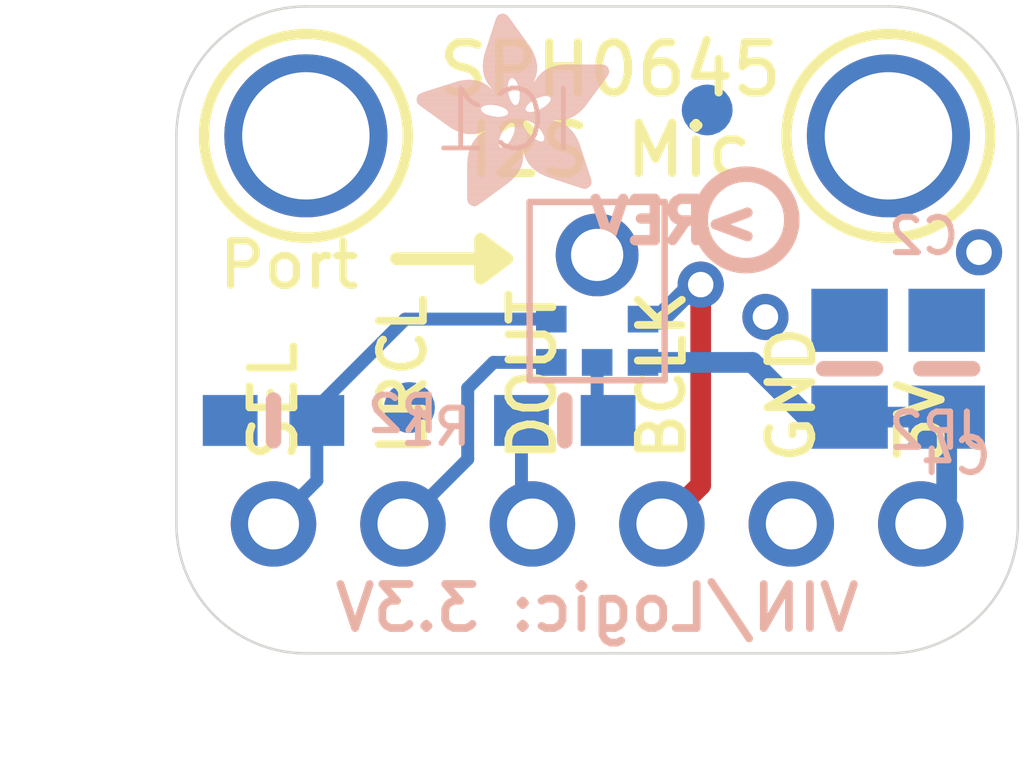
<source format=kicad_pcb>
(kicad_pcb (version 20211014) (generator pcbnew)
  (layers (0 "F.Cu" signal) (31 "B.Cu" signal) (34 "B.Paste" user) (35 "F.Paste" user) (36 "B.SilkS" user "B.Silkscreen") (37 "F.SilkS" user "F.Silkscreen") (38 "B.Mask" user) (39 "F.Mask" user) (44 "Edge.Cuts" user))
  (net 0 "")
  (net 1 "GND")
  (net 2 "VDD")
  (net 3 "DATA")
  (net 4 "WS")
  (net 5 "SELECT")
  (net 6 "BCLK")
  (net 7 "N$1")
  (footprint "boardEagle:MOUNTINGHOLE_2.5_PLATED" (layer "F.Cu") (at 142.7861 101.1936)
    (fp_text reference "U$6" hide)
    (fp_text value "MOUNTINGHOLE2.5" hide)
    (pad "P$1" thru_hole circle (at 0 0) (size 3.2 3.2) (drill 2.5) (layers *.Cu *.Mask))
  )
  (footprint "boardEagle:MOUNTINGHOLE_2.5_PLATED" (layer "F.Cu") (at 154.2161 101.1936)
    (fp_text reference "U$12" hide)
    (fp_text value "MOUNTINGHOLE2.5" hide)
    (pad "P$1" thru_hole circle (at 0 0) (size 3.2 3.2) (drill 2.5) (layers *.Cu *.Mask))
  )
  (footprint "boardEagle:FIDUCIAL_1MM" (layer "B.Cu") (at 144.8181 106.5276 180)
    (fp_text reference "FID2" hide)
    (fp_text value "FIDUCIAL_1MM" hide)
    (pad "1" smd roundrect (at 0 0 180) (size 1 1) (layers "B.Cu" "B.Mask") (roundrect_rratio 0.5))
  )
  (footprint "boardEagle:PCBFEAT-REV-040" (layer "B.Cu") (at 151.4221 102.8446 180)
    (fp_text reference "U$13" hide)
    (fp_text value "" hide)
    (fp_text user ">REV" (at -0.3556 -0.508) (layer "B.SilkS") (effects (font (size 0.8128 0.8128) (thickness 0.2032)) (justify left bottom mirror)))
  )
  (footprint "boardEagle:1X06_ROUND" (layer "B.Cu") (at 148.5011 108.8136 180)
    (fp_text reference "JP2" (at -7.6962 1.8288) (layer "B.SilkS") (effects (font (size 0.692831 0.692831) (thickness 0.119969)) (justify left mirror)))
    (fp_text value "")
    (pad "1" thru_hole circle (at -6.35 0 90) (size 1.6764 1.6764) (drill 1) (layers *.Cu *.Mask) (net 2 "VDD"))
    (pad "2" thru_hole circle (at -3.81 0 90) (size 1.6764 1.6764) (drill 1) (layers *.Cu *.Mask) (net 1 "GND"))
    (pad "3" thru_hole circle (at -1.27 0 90) (size 1.6764 1.6764) (drill 1) (layers *.Cu *.Mask) (net 6 "BCLK"))
    (pad "4" thru_hole circle (at 1.27 0 90) (size 1.6764 1.6764) (drill 1) (layers *.Cu *.Mask) (net 3 "DATA"))
    (pad "5" thru_hole circle (at 3.81 0 90) (size 1.6764 1.6764) (drill 1) (layers *.Cu *.Mask) (net 4 "WS"))
    (pad "6" thru_hole circle (at 6.35 0 90) (size 1.6764 1.6764) (drill 1) (layers *.Cu *.Mask) (net 5 "SELECT"))
  )
  (footprint "boardEagle:ADAFRUIT_3.5MM" (layer "B.Cu") (at 148.7551 102.5906 180)
    (fp_text reference "U$5" hide)
    (fp_text value "" hide)
  )
  (footprint "boardEagle:FIDUCIAL_1MM" (layer "B.Cu") (at 150.6601 100.6856 180)
    (fp_text reference "FID1" hide)
    (fp_text value "FIDUCIAL_1MM" hide)
    (pad "1" smd roundrect (at 0 0 180) (size 1 1) (layers "B.Cu" "B.Mask") (roundrect_rratio 0.5))
  )
  (footprint "boardEagle:0805-NO" (layer "B.Cu") (at 155.3591 105.7656 90)
    (fp_text reference "C4" (at -1.7145 -0.5715 180) (layer "B.SilkS") (effects (font (size 0.692831 0.692831) (thickness 0.119969)) (justify right mirror)))
    (fp_text value "1uF")
    (pad "1" smd rect (at -0.95 0 90) (size 1.24 1.5) (layers "B.Cu" "B.Paste" "B.Mask") (net 2 "VDD"))
    (pad "2" smd rect (at 0.95 0 90) (size 1.24 1.5) (layers "B.Cu" "B.Paste" "B.Mask") (net 1 "GND"))
  )
  (footprint "boardEagle:0603-NO" (layer "B.Cu") (at 142.1511 106.7816)
    (fp_text reference "R2" (at 1.778 -0.127) (layer "B.SilkS") (effects (font (size 0.692831 0.692831) (thickness 0.119969)) (justify right mirror)))
    (fp_text value "10k")
    (pad "1" smd rect (at -0.85 0) (size 1.075 1) (layers "B.Cu" "B.Paste" "B.Mask") (net 1 "GND"))
    (pad "2" smd rect (at 0.85 0) (size 1.075 1) (layers "B.Cu" "B.Paste" "B.Mask") (net 5 "SELECT"))
  )
  (footprint "boardEagle:0805-NO" (layer "B.Cu") (at 153.4541 105.7656 90)
    (fp_text reference "C2" (at 2.6035 0.6985 180) (layer "B.SilkS") (effects (font (size 0.692831 0.692831) (thickness 0.119969)) (justify right mirror)))
    (fp_text value "220pF")
    (pad "1" smd rect (at -0.95 0 90) (size 1.24 1.5) (layers "B.Cu" "B.Paste" "B.Mask") (net 2 "VDD"))
    (pad "2" smd rect (at 0.95 0 90) (size 1.24 1.5) (layers "B.Cu" "B.Paste" "B.Mask") (net 1 "GND"))
  )
  (footprint "boardEagle:0603-NO" (layer "B.Cu") (at 147.8661 106.7816 180)
    (fp_text reference "R1" (at 1.778 -0.127) (layer "B.SilkS") (effects (font (size 0.692831 0.692831) (thickness 0.119969)) (justify left mirror)))
    (fp_text value "68")
    (pad "1" smd rect (at -0.85 0 180) (size 1.075 1) (layers "B.Cu" "B.Paste" "B.Mask") (net 7 "N$1"))
    (pad "2" smd rect (at 0.85 0 180) (size 1.075 1) (layers "B.Cu" "B.Paste" "B.Mask") (net 3 "DATA"))
  )
  (footprint "boardEagle:SPH0645LM4H" (layer "B.Cu") (at 148.5011 104.2416)
    (fp_text reference "IC1" (at -3.3 -3.35) (layer "B.SilkS") (effects (font (size 1.176528 1.176528) (thickness 0.093472)) (justify right mirror)))
    (fp_text value "MIC_I2S_SPH0645" hide)
    (pad "1" smd rect (at -0.9 1.4) (size 0.6 0.525) (layers "B.Cu" "B.Paste" "B.Mask") (net 4 "WS"))
    (pad "2" smd rect (at -0.9 0.55) (size 0.6 0.525) (layers "B.Cu" "B.Paste" "B.Mask") (net 5 "SELECT"))
    (pad "3" thru_hole circle (at 0 -0.71) (size 1.625 1.625) (drill 1.025) (layers *.Cu *.Mask) (net 1 "GND"))
    (pad "4" smd rect (at 0.9 0.55) (size 0.6 0.525) (layers "B.Cu" "B.Paste" "B.Mask") (net 6 "BCLK"))
    (pad "5" smd rect (at 0.9 1.4) (size 0.6 0.525) (layers "B.Cu" "B.Paste" "B.Mask") (net 2 "VDD"))
    (pad "6" smd rect (at 0 1.4) (size 0.6 0.525) (layers "B.Cu" "B.Paste" "B.Mask") (net 7 "N$1"))
  )
  (gr_line (start 146.2151 103.9876) (end 146.7231 103.6066) (layer "F.SilkS") (width 0.254))
  (gr_line (start 144.5641 103.6066) (end 146.7231 103.6066) (layer "F.SilkS") (width 0.254))
  (gr_line (start 146.7231 103.6066) (end 146.2151 103.2256) (layer "F.SilkS") (width 0.254))
  (gr_line (start 146.2151 103.2256) (end 146.2151 103.9876) (layer "F.SilkS") (width 0.254))
  (gr_line (start 142.7861 111.3536) (end 154.2161 111.3536) (layer "Edge.Cuts") (width 0.05))
  (gr_arc (start 154.2161 98.6536) (mid 156.012151 99.397549) (end 156.7561 101.1936) (layer "Edge.Cuts") (width 0.05))
  (gr_line (start 154.2161 98.6536) (end 142.7861 98.6536) (layer "Edge.Cuts") (width 0.05))
  (gr_arc (start 140.2461 101.1936) (mid 140.990049 99.397549) (end 142.7861 98.6536) (layer "Edge.Cuts") (width 0.05))
  (gr_arc (start 142.7861 111.3536) (mid 140.990049 110.609651) (end 140.2461 108.8136) (layer "Edge.Cuts") (width 0.05))
  (gr_line (start 140.2461 101.1936) (end 140.2461 108.8136) (layer "Edge.Cuts") (width 0.05))
  (gr_line (start 156.7561 108.8136) (end 156.7561 101.1936) (layer "Edge.Cuts") (width 0.05))
  (gr_arc (start 156.7561 108.8136) (mid 156.012151 110.609651) (end 154.2161 111.3536) (layer "Edge.Cuts") (width 0.05))
  (gr_text "VIN/Logic: 3.3V" (at 148.5011 110.4646) (layer "B.SilkS") (effects (font (size 0.8636 0.8636) (thickness 0.1524)) (justify mirror)))
  (gr_text "SEL" (at 142.1511 106.4006 90) (layer "F.SilkS") (effects (font (size 0.8636 0.8636) (thickness 0.1524))))
  (gr_text "BCLK" (at 149.7711 105.8926 90) (layer "F.SilkS") (effects (font (size 0.8636 0.8636) (thickness 0.1524))))
  (gr_text "Port" (at 141.0081 104.2416) (layer "F.SilkS") (effects (font (size 0.87376 0.87376) (thickness 0.14224)) (justify left bottom)))
  (gr_text "SPH0645\nI2S Mic" (at 148.7551 100.6856) (layer "F.SilkS") (effects (font (size 0.98298 0.98298) (thickness 0.16002))))
  (gr_text "DOUT" (at 147.2311 105.8926 90) (layer "F.SilkS") (effects (font (size 0.8636 0.8636) (thickness 0.1524))))
  (gr_text "3V" (at 154.8511 106.7816 90) (layer "F.SilkS") (effects (font (size 0.8636 0.8636) (thickness 0.1524))))
  (gr_text "GND" (at 152.3111 106.2736 90) (layer "F.SilkS") (effects (font (size 0.8636 0.8636) (thickness 0.1524))))
  (gr_text "LRCL" (at 144.6911 105.8926 90) (layer "F.SilkS") (effects (font (size 0.8636 0.8636) (thickness 0.1524))))
  (via (at 155.9941 103.4796) (size 0.9064) (drill 0.5) (layers "F.Cu" "B.Cu") (net 1))
  (via (at 151.8031 104.7496) (size 0.9064) (drill 0.5) (layers "F.Cu" "B.Cu") (net 1))
  (segment (start 152.6201 106.7156) (end 153.4541 106.7156) (width 0.4064) (layer "B.Cu") (net 2))
  (segment (start 151.5461 105.6416) (end 152.6201 106.7156) (width 0.4064) (layer "B.Cu") (net 2))
  (segment (start 155.3591 106.7156) (end 153.4541 106.7156) (width 0.4064) (layer "B.Cu") (net 2))
  (segment (start 153.4541 106.7156) (end 152.8801 106.7156) (width 0.4064) (layer "B.Cu") (net 2))
  (segment (start 151.5461 105.6416) (end 149.4011 105.6416) (width 0.4064) (layer "B.Cu") (net 2))
  (segment (start 155.3591 108.3056) (end 155.3591 106.7156) (width 0.4064) (layer "B.Cu") (net 2))
  (segment (start 154.8511 108.8136) (end 155.3591 108.3056) (width 0.4064) (layer "B.Cu") (net 2))
  (segment (start 147.0161 108.5986) (end 147.2311 108.8136) (width 0.254) (layer "B.Cu") (net 3))
  (segment (start 147.0161 106.7816) (end 147.0161 108.5986) (width 0.254) (layer "B.Cu") (net 3))
  (segment (start 147.6011 105.6416) (end 146.4661 105.6416) (width 0.254) (layer "B.Cu") (net 4))
  (segment (start 145.9611 107.5436) (end 144.6911 108.8136) (width 0.254) (layer "B.Cu") (net 4))
  (segment (start 146.4661 105.6416) (end 145.9611 106.1466) (width 0.254) (layer "B.Cu") (net 4))
  (segment (start 145.9611 106.1466) (end 145.9611 107.5436) (width 0.254) (layer "B.Cu") (net 4))
  (segment (start 142.1511 108.8136) (end 143.0011 107.9636) (width 0.254) (layer "B.Cu") (net 5))
  (segment (start 143.0011 106.5276) (end 143.0011 106.7816) (width 0.254) (layer "B.Cu") (net 5))
  (segment (start 144.7371 104.7916) (end 143.0011 106.5276) (width 0.254) (layer "B.Cu") (net 5))
  (segment (start 147.6011 104.7916) (end 144.7371 104.7916) (width 0.254) (layer "B.Cu") (net 5))
  (segment (start 143.0011 107.9636) (end 143.0011 106.7816) (width 0.254) (layer "B.Cu") (net 5))
  (segment (start 150.5331 104.1146) (end 150.5331 108.0516) (width 0.4064) (layer "F.Cu") (net 6))
  (segment (start 150.5331 108.0516) (end 149.7711 108.8136) (width 0.4064) (layer "F.Cu") (net 6))
  (via (at 150.5331 104.1146) (size 0.9064) (drill 0.5) (layers "F.Cu" "B.Cu") (net 6))
  (segment (start 150.4061 104.1146) (end 150.5331 104.1146) (width 0.4064) (layer "B.Cu") (net 6))
  (segment (start 149.4011 104.7916) (end 149.7291 104.7916) (width 0.4064) (layer "B.Cu") (net 6))
  (segment (start 149.7291 104.7916) (end 150.4061 104.1146) (width 0.4064) (layer "B.Cu") (net 6))
  (segment (start 148.5011 106.9086) (end 148.7161 106.7816) (width 0.254) (layer "B.Cu") (net 7))
  (segment (start 148.5011 105.6416) (end 148.5011 106.9086) (width 0.254) (layer "B.Cu") (net 7))
)
</source>
